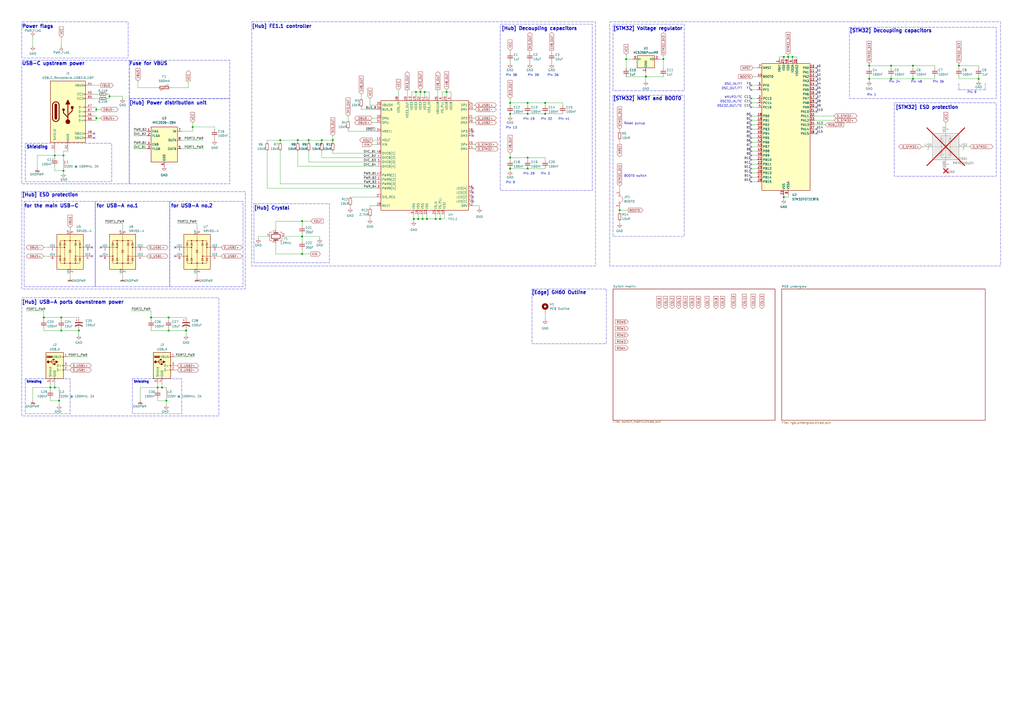
<source format=kicad_sch>
(kicad_sch (version 20231120) (generator "eeschema") (generator_version "8.0")
  (paper "A2")
  (title_block (title "60% keyboard with USB hub") (company "HelloGookie"))
  (junction (at 241.3 53.34))
  (junction (at 55.88 63.5))
  (junction (at 36.83 90.17))
  (junction (at 567.69 45.72))
  (junction (at 374.65 44.45))
  (junction (at 35.56 184.15))
  (junction (at 457.2 33.02))
  (junction (at 186.69 81.28))
  (junction (at 454.66 114.3))
  (junction (at 556.26 38.1))
  (junction (at 306.07 91.44))
  (junction (at 306.07 59.69))
  (junction (at 96.52 232.41))
  (junction (at 245.11 127))
  (junction (at 243.84 53.34))
  (junction (at 359.41 121.92))
  (junction (at 162.56 81.28))
  (junction (at 107.95 191.77))
  (junction (at 45.72 191.77))
  (junction (at 259.08 53.34))
  (junction (at 504.19 45.72))
  (junction (at 459.74 33.02))
  (junction (at 36.83 99.06))
  (junction (at 295.91 91.44))
  (junction (at 516.89 38.1))
  (junction (at 97.79 191.77))
  (junction (at 246.38 53.34))
  (junction (at 363.22 34.29))
  (junction (at 29.21 224.79))
  (junction (at 384.81 34.29))
  (junction (at 454.66 33.02))
  (junction (at 31.75 90.17))
  (junction (at 306.07 66.04))
  (junction (at 252.73 127))
  (junction (at 111.76 73.66))
  (junction (at 91.44 224.79))
  (junction (at 306.07 97.79))
  (junction (at 242.57 127))
  (junction (at 175.26 128.27))
  (junction (at 247.65 127))
  (junction (at 316.23 59.69))
  (junction (at 255.27 127))
  (junction (at 35.56 191.77))
  (junction (at 179.07 81.28))
  (junction (at 193.04 81.28))
  (junction (at 516.89 45.72))
  (junction (at 97.79 184.15))
  (junction (at 87.63 184.15))
  (junction (at 295.91 59.69))
  (junction (at 295.91 97.79))
  (junction (at 529.59 38.1))
  (junction (at 25.4 184.15))
  (junction (at 504.19 38.1))
  (junction (at 172.72 81.28))
  (junction (at 175.26 147.32))
  (junction (at 175.26 137.16))
  (junction (at 55.88 68.58))
  (junction (at 63.5 55.88))
  (junction (at 34.29 232.41))
  (junction (at 240.03 127))
  (junction (at 295.91 66.04))
  (junction (at 31.75 224.79))
  (junction (at 316.23 66.04))
  (junction (at 93.98 224.79))
  (junction (at 529.59 45.72))
  (no_connect (at 435.61 57.15))
  (no_connect (at 274.32 114.3))
  (no_connect (at 473.71 57.15))
  (no_connect (at 435.61 85.09))
  (no_connect (at 53.34 143.51))
  (no_connect (at 101.6 143.51))
  (no_connect (at 274.32 76.2))
  (no_connect (at 473.71 49.53))
  (no_connect (at 435.61 67.31))
  (no_connect (at 54.61 77.47))
  (no_connect (at 473.71 54.61))
  (no_connect (at 473.71 59.69))
  (no_connect (at 54.61 80.01))
  (no_connect (at 274.32 78.74))
  (no_connect (at 435.61 49.53))
  (no_connect (at 435.61 72.39))
  (no_connect (at 473.71 44.45))
  (no_connect (at 274.32 111.76))
  (no_connect (at 435.61 69.85))
  (no_connect (at 473.71 77.47))
  (no_connect (at 435.61 97.79))
  (no_connect (at 473.71 46.99))
  (no_connect (at 435.61 59.69))
  (no_connect (at 435.61 102.87))
  (no_connect (at 274.32 116.84))
  (no_connect (at 473.71 52.07))
  (no_connect (at 58.42 148.59))
  (no_connect (at 473.71 64.77))
  (no_connect (at 435.61 95.25))
  (no_connect (at 435.61 87.63))
  (no_connect (at 58.42 143.51))
  (no_connect (at 435.61 74.93))
  (no_connect (at 435.61 82.55))
  (no_connect (at 473.71 74.93))
  (no_connect (at 435.61 100.33))
  (no_connect (at 53.34 148.59))
  (no_connect (at 435.61 62.23))
  (no_connect (at 101.6 148.59))
  (no_connect (at 435.61 105.41))
  (no_connect (at 274.32 109.22))
  (no_connect (at 435.61 90.17))
  (no_connect (at 473.71 39.37))
  (no_connect (at 473.71 41.91))
  (no_connect (at 435.61 92.71))
  (no_connect (at 435.61 52.07))
  (no_connect (at 435.61 80.01))
  (no_connect (at 435.61 77.47))
  (no_connect (at 473.71 62.23))
  (wire (pts (xy 254 52.07) (xy 254 55.88)))
  (wire (pts (xy 111.76 71.12) (xy 111.76 73.66)))
  (wire (pts (xy 295.91 57.15) (xy 295.91 59.69)))
  (wire (pts (xy 19.05 21.59) (xy 19.05 26.67)))
  (wire (pts (xy 179.07 81.28) (xy 186.69 81.28)))
  (polyline (pts (xy 571.5 48.26) (xy 571.5 52.07)) (stroke (width 0) (type dash)))
  (wire (pts (xy 55.88 64.77) (xy 54.61 64.77)))
  (wire (pts (xy 193.04 78.74) (xy 193.04 81.28)))
  (wire (pts (xy 34.29 224.79) (xy 31.75 224.79)))
  (wire (pts (xy 54.61 54.61) (xy 57.15 54.61)))
  (wire (pts (xy 240.03 127) (xy 240.03 128.27)))
  (wire (pts (xy 160.02 128.27) (xy 175.26 128.27)))
  (wire (pts (xy 473.71 54.61) (xy 472.44 54.61)))
  (wire (pts (xy 54.61 49.53) (xy 58.42 49.53)))
  (wire (pts (xy 257.81 127) (xy 255.27 127)))
  (wire (pts (xy 295.91 36.83) (xy 295.91 35.56)))
  (wire (pts (xy 77.47 78.74) (xy 85.09 78.74)))
  (wire (pts (xy 203.2 114.3) (xy 218.44 114.3)))
  (wire (pts (xy 175.26 137.16) (xy 175.26 139.7)))
  (wire (pts (xy 459.74 33.02) (xy 459.74 34.29)))
  (wire (pts (xy 473.71 64.77) (xy 472.44 64.77)))
  (wire (pts (xy 259.08 53.34) (xy 261.62 53.34)))
  (wire (pts (xy 97.79 184.15) (xy 107.95 184.15)))
  (wire (pts (xy 172.72 87.63) (xy 172.72 96.52)))
  (wire (pts (xy 384.81 34.29) (xy 382.27 34.29)))
  (wire (pts (xy 114.3 133.35) (xy 114.3 129.54)))
  (wire (pts (xy 306.07 59.69) (xy 316.23 59.69)))
  (wire (pts (xy 473.71 39.37) (xy 472.44 39.37)))
  (wire (pts (xy 25.4 143.51) (xy 27.94 143.51)))
  (wire (pts (xy 462.28 33.02) (xy 462.28 34.29)))
  (wire (pts (xy 29.21 232.41) (xy 34.29 232.41)))
  (wire (pts (xy 91.44 232.41) (xy 96.52 232.41)))
  (wire (pts (xy 435.61 105.41) (xy 439.42 105.41)))
  (wire (pts (xy 306.07 97.79) (xy 316.23 97.79)))
  (wire (pts (xy 55.88 68.58) (xy 55.88 69.85)))
  (wire (pts (xy 504.19 38.1) (xy 516.89 38.1)))
  (wire (pts (xy 97.79 191.77) (xy 107.95 191.77)))
  (wire (pts (xy 91.44 231.14) (xy 91.44 232.41)))
  (wire (pts (xy 478.79 72.39) (xy 472.44 72.39)))
  (wire (pts (xy 316.23 59.69) (xy 326.39 59.69)))
  (wire (pts (xy 193.04 87.63) (xy 193.04 88.9)))
  (wire (pts (xy 516.89 44.45) (xy 516.89 45.72)))
  (wire (pts (xy 35.56 26.67) (xy 35.56 21.59)))
  (wire (pts (xy 435.61 92.71) (xy 439.42 92.71)))
  (wire (pts (xy 209.55 63.5) (xy 218.44 63.5)))
  (polyline (pts (xy 556.26 48.26) (xy 556.26 52.07)) (stroke (width 0) (type dash)))
  (wire (pts (xy 359.41 74.93) (xy 359.41 76.2)))
  (wire (pts (xy 435.61 80.01) (xy 439.42 80.01)))
  (wire (pts (xy 31.75 99.06) (xy 36.83 99.06)))
  (wire (pts (xy 193.04 81.28) (xy 193.04 82.55)))
  (wire (pts (xy 562.61 85.09) (xy 561.34 85.09)))
  (wire (pts (xy 374.65 44.45) (xy 374.65 46.99)))
  (wire (pts (xy 21.59 90.17) (xy 31.75 90.17)))
  (wire (pts (xy 36.83 90.17) (xy 36.83 92.71)))
  (wire (pts (xy 80.01 50.8) (xy 91.44 50.8)))
  (wire (pts (xy 109.22 46.99) (xy 109.22 50.8)))
  (wire (pts (xy 306.07 66.04) (xy 316.23 66.04)))
  (wire (pts (xy 31.75 224.79) (xy 29.21 224.79)))
  (wire (pts (xy 31.75 96.52) (xy 31.75 99.06)))
  (wire (pts (xy 193.04 88.9) (xy 218.44 88.9)))
  (wire (pts (xy 185.42 137.16) (xy 185.42 138.43)))
  (wire (pts (xy 542.29 44.45) (xy 542.29 45.72)))
  (wire (pts (xy 457.2 33.02) (xy 459.74 33.02)))
  (wire (pts (xy 172.72 96.52) (xy 218.44 96.52)))
  (wire (pts (xy 295.91 97.79) (xy 295.91 99.06)))
  (wire (pts (xy 214.63 125.73) (xy 214.63 127)))
  (wire (pts (xy 25.4 184.15) (xy 25.4 180.34)))
  (wire (pts (xy 359.41 107.95) (xy 359.41 110.49)))
  (wire (pts (xy 529.59 38.1) (xy 529.59 39.37)))
  (wire (pts (xy 278.13 120.65) (xy 278.13 119.38)))
  (wire (pts (xy 19.05 232.41) (xy 19.05 224.79)))
  (wire (pts (xy 77.47 76.2) (xy 85.09 76.2)))
  (wire (pts (xy 87.63 180.34) (xy 76.2 180.34)))
  (wire (pts (xy 179.07 93.98) (xy 218.44 93.98)))
  (wire (pts (xy 452.12 33.02) (xy 452.12 34.29)))
  (wire (pts (xy 435.61 77.47) (xy 439.42 77.47)))
  (wire (pts (xy 154.94 81.28) (xy 162.56 81.28)))
  (wire (pts (xy 435.61 49.53) (xy 439.42 49.53)))
  (wire (pts (xy 457.2 31.75) (xy 457.2 33.02)))
  (wire (pts (xy 259.08 52.07) (xy 259.08 53.34)))
  (wire (pts (xy 384.81 31.75) (xy 384.81 34.29)))
  (wire (pts (xy 87.63 190.5) (xy 87.63 191.77)))
  (wire (pts (xy 242.57 127) (xy 240.03 127)))
  (wire (pts (xy 55.88 68.58) (xy 58.42 68.58)))
  (wire (pts (xy 162.56 106.68) (xy 218.44 106.68)))
  (wire (pts (xy 186.69 87.63) (xy 186.69 91.44)))
  (wire (pts (xy 128.27 148.59) (xy 127 148.59)))
  (wire (pts (xy 320.04 36.83) (xy 320.04 35.56)))
  (wire (pts (xy 435.61 59.69) (xy 439.42 59.69)))
  (wire (pts (xy 548.64 71.12) (xy 548.64 72.39)))
  (wire (pts (xy 39.37 87.63) (xy 36.83 87.63)))
  (wire (pts (xy 473.71 49.53) (xy 472.44 49.53)))
  (wire (pts (xy 295.91 97.79) (xy 306.07 97.79)))
  (wire (pts (xy 55.88 63.5) (xy 55.88 64.77)))
  (wire (pts (xy 295.91 29.21) (xy 295.91 30.48)))
  (wire (pts (xy 80.01 46.99) (xy 80.01 50.8)))
  (wire (pts (xy 203.2 119.38) (xy 203.2 120.65)))
  (wire (pts (xy 81.28 232.41) (xy 81.28 224.79)))
  (wire (pts (xy 454.66 33.02) (xy 454.66 34.29)))
  (wire (pts (xy 40.64 214.63) (xy 39.37 214.63)))
  (wire (pts (xy 435.61 100.33) (xy 439.42 100.33)))
  (wire (pts (xy 435.61 97.79) (xy 439.42 97.79)))
  (wire (pts (xy 567.69 45.72) (xy 567.69 46.99)))
  (wire (pts (xy 436.88 44.45) (xy 439.42 44.45)))
  (wire (pts (xy 96.52 231.14) (xy 96.52 232.41)))
  (wire (pts (xy 454.66 113.03) (xy 454.66 114.3)))
  (wire (pts (xy 473.71 77.47) (xy 472.44 77.47)))
  (wire (pts (xy 25.4 191.77) (xy 35.56 191.77)))
  (wire (pts (xy 201.93 76.2) (xy 218.44 76.2)))
  (wire (pts (xy 35.56 184.15) (xy 35.56 185.42)))
  (wire (pts (xy 209.55 54.61) (xy 209.55 57.15)))
  (wire (pts (xy 542.29 38.1) (xy 542.29 39.37)))
  (wire (pts (xy 307.34 29.21) (xy 307.34 30.48)))
  (wire (pts (xy 363.22 31.75) (xy 363.22 34.29)))
  (wire (pts (xy 39.37 207.01) (xy 50.8 207.01)))
  (wire (pts (xy 218.44 68.58) (xy 215.9 68.58)))
  (wire (pts (xy 35.56 184.15) (xy 45.72 184.15)))
  (wire (pts (xy 71.12 57.15) (xy 71.12 55.88)))
  (wire (pts (xy 149.86 137.16) (xy 149.86 138.43)))
  (wire (pts (xy 567.69 38.1) (xy 567.69 39.37)))
  (wire (pts (xy 504.19 38.1) (xy 504.19 39.37)))
  (wire (pts (xy 516.89 38.1) (xy 516.89 39.37)))
  (wire (pts (xy 295.91 91.44) (xy 295.91 92.71)))
  (wire (pts (xy 214.63 57.15) (xy 214.63 60.96)))
  (wire (pts (xy 435.61 72.39) (xy 439.42 72.39)))
  (wire (pts (xy 175.26 128.27) (xy 180.34 128.27)))
  (wire (pts (xy 118.11 86.36) (xy 105.41 86.36)))
  (wire (pts (xy 363.22 34.29) (xy 363.22 39.37)))
  (wire (pts (xy 504.19 45.72) (xy 516.89 45.72)))
  (wire (pts (xy 101.6 207.01) (xy 113.03 207.01)))
  (wire (pts (xy 218.44 71.12) (xy 215.9 71.12)))
  (wire (pts (xy 218.44 83.82) (xy 215.9 83.82)))
  (wire (pts (xy 218.44 60.96) (xy 214.63 60.96)))
  (wire (pts (xy 242.57 124.46) (xy 242.57 127)))
  (wire (pts (xy 162.56 106.68) (xy 162.56 87.63)))
  (wire (pts (xy 63.5 57.15) (xy 62.23 57.15)))
  (wire (pts (xy 45.72 191.77) (xy 45.72 194.31)))
  (wire (pts (xy 29.21 224.79) (xy 29.21 226.06)))
  (wire (pts (xy 248.92 53.34) (xy 248.92 55.88)))
  (wire (pts (xy 55.88 67.31) (xy 55.88 68.58)))
  (wire (pts (xy 87.63 185.42) (xy 87.63 184.15)))
  (wire (pts (xy 241.3 53.34) (xy 238.76 53.34)))
  (wire (pts (xy 320.04 29.21) (xy 320.04 30.48)))
  (wire (pts (xy 374.65 44.45) (xy 384.81 44.45)))
  (wire (pts (xy 556.26 45.72) (xy 567.69 45.72)))
  (wire (pts (xy 154.94 82.55) (xy 154.94 81.28)))
  (wire (pts (xy 31.75 90.17) (xy 31.75 91.44)))
  (wire (pts (xy 35.56 190.5) (xy 35.56 191.77)))
  (wire (pts (xy 55.88 69.85) (xy 54.61 69.85)))
  (wire (pts (xy 435.61 95.25) (xy 439.42 95.25)))
  (wire (pts (xy 534.67 85.09) (xy 535.94 85.09)))
  (wire (pts (xy 384.81 34.29) (xy 384.81 39.37)))
  (wire (pts (xy 29.21 222.25) (xy 29.21 224.79)))
  (wire (pts (xy 160.02 147.32) (xy 175.26 147.32)))
  (wire (pts (xy 36.83 87.63) (xy 36.83 90.17)))
  (wire (pts (xy 36.83 90.17) (xy 31.75 90.17)))
  (wire (pts (xy 96.52 224.79) (xy 96.52 226.06)))
  (wire (pts (xy 93.98 224.79) (xy 91.44 224.79)))
  (wire (pts (xy 118.11 81.28) (xy 105.41 81.28)))
  (wire (pts (xy 165.1 137.16) (xy 175.26 137.16)))
  (polyline (pts (xy 556.26 52.07) (xy 571.5 52.07)) (stroke (width 0) (type dash)))
  (wire (pts (xy 54.61 62.23) (xy 55.88 62.23)))
  (wire (pts (xy 435.61 62.23) (xy 439.42 62.23)))
  (wire (pts (xy 295.91 88.9) (xy 295.91 91.44)))
  (wire (pts (xy 245.11 127) (xy 247.65 127)))
  (wire (pts (xy 109.22 50.8) (xy 99.06 50.8)))
  (wire (pts (xy 25.4 180.34) (xy 15.24 180.34)))
  (wire (pts (xy 162.56 82.55) (xy 162.56 81.28)))
  (wire (pts (xy 241.3 53.34) (xy 241.3 55.88)))
  (wire (pts (xy 34.29 224.79) (xy 34.29 226.06)))
  (wire (pts (xy 25.4 184.15) (xy 35.56 184.15)))
  (wire (pts (xy 436.88 39.37) (xy 439.42 39.37)))
  (wire (pts (xy 85.09 148.59) (xy 83.82 148.59)))
  (wire (pts (xy 77.47 86.36) (xy 85.09 86.36)))
  (wire (pts (xy 473.71 44.45) (xy 472.44 44.45)))
  (wire (pts (xy 516.89 38.1) (xy 529.59 38.1)))
  (wire (pts (xy 71.12 55.88) (xy 63.5 55.88)))
  (wire (pts (xy 556.26 36.83) (xy 556.26 38.1)))
  (wire (pts (xy 435.61 85.09) (xy 439.42 85.09)))
  (wire (pts (xy 256.54 53.34) (xy 259.08 53.34)))
  (wire (pts (xy 504.19 45.72) (xy 504.19 46.99)))
  (wire (pts (xy 247.65 124.46) (xy 247.65 127)))
  (wire (pts (xy 363.22 44.45) (xy 374.65 44.45)))
  (wire (pts (xy 40.64 132.08) (xy 40.64 133.35)))
  (wire (pts (xy 259.08 53.34) (xy 259.08 55.88)))
  (wire (pts (xy 457.2 33.02) (xy 454.66 33.02)))
  (wire (pts (xy 231.14 52.07) (xy 231.14 55.88)))
  (wire (pts (xy 91.44 222.25) (xy 91.44 224.79)))
  (wire (pts (xy 175.26 147.32) (xy 180.34 147.32)))
  (wire (pts (xy 111.76 73.66) (xy 124.46 73.66)))
  (wire (pts (xy 186.69 81.28) (xy 193.04 81.28)))
  (wire (pts (xy 77.47 83.82) (xy 85.09 83.82)))
  (wire (pts (xy 457.2 114.3) (xy 457.2 113.03)))
  (wire (pts (xy 242.57 127) (xy 245.11 127)))
  (wire (pts (xy 40.64 161.29) (xy 40.64 158.75)))
  (wire (pts (xy 87.63 184.15) (xy 97.79 184.15)))
  (wire (pts (xy 529.59 45.72) (xy 542.29 45.72)))
  (wire (pts (xy 275.59 83.82) (xy 274.32 83.82)))
  (wire (pts (xy 473.71 74.93) (xy 472.44 74.93)))
  (wire (pts (xy 93.98 222.25) (xy 93.98 224.79)))
  (wire (pts (xy 210.82 104.14) (xy 218.44 104.14)))
  (wire (pts (xy 149.86 137.16) (xy 154.94 137.16)))
  (wire (pts (xy 209.55 62.23) (xy 209.55 63.5)))
  (wire (pts (xy 55.88 63.5) (xy 58.42 63.5)))
  (wire (pts (xy 25.4 148.59) (xy 27.94 148.59)))
  (wire (pts (xy 247.65 127) (xy 252.73 127)))
  (wire (pts (xy 210.82 101.6) (xy 218.44 101.6)))
  (wire (pts (xy 87.63 191.77) (xy 97.79 191.77)))
  (wire (pts (xy 374.65 41.91) (xy 374.65 44.45)))
  (wire (pts (xy 114.3 129.54) (xy 102.87 129.54)))
  (wire (pts (xy 252.73 124.46) (xy 252.73 127)))
  (wire (pts (xy 236.22 52.07) (xy 236.22 55.88)))
  (wire (pts (xy 36.83 97.79) (xy 36.83 99.06)))
  (wire (pts (xy 179.07 87.63) (xy 179.07 93.98)))
  (wire (pts (xy 85.09 143.51) (xy 83.82 143.51)))
  (wire (pts (xy 97.79 190.5) (xy 97.79 191.77)))
  (wire (pts (xy 154.94 87.63) (xy 154.94 109.22)))
  (wire (pts (xy 34.29 232.41) (xy 34.29 234.95)))
  (wire (pts (xy 240.03 124.46) (xy 240.03 127)))
  (wire (pts (xy 295.91 66.04) (xy 306.07 66.04)))
  (wire (pts (xy 359.41 121.92) (xy 364.49 121.92)))
  (wire (pts (xy 175.26 144.78) (xy 175.26 147.32)))
  (wire (pts (xy 307.34 36.83) (xy 307.34 35.56)))
  (wire (pts (xy 473.71 52.07) (xy 472.44 52.07)))
  (wire (pts (xy 306.07 91.44) (xy 316.23 91.44)))
  (wire (pts (xy 25.4 190.5) (xy 25.4 191.77)))
  (wire (pts (xy 306.07 59.69) (xy 306.07 60.96)))
  (wire (pts (xy 35.56 191.77) (xy 45.72 191.77)))
  (wire (pts (xy 238.76 53.34) (xy 238.76 55.88)))
  (wire (pts (xy 175.26 135.89) (xy 175.26 137.16)))
  (wire (pts (xy 102.87 212.09) (xy 101.6 212.09)))
  (wire (pts (xy 261.62 53.34) (xy 261.62 55.88)))
  (wire (pts (xy 186.69 91.44) (xy 218.44 91.44)))
  (wire (pts (xy 172.72 81.28) (xy 179.07 81.28)))
  (wire (pts (xy 275.59 71.12) (xy 274.32 71.12)))
  (wire (pts (xy 529.59 44.45) (xy 529.59 45.72)))
  (wire (pts (xy 359.41 83.82) (xy 359.41 81.28)))
  (wire (pts (xy 435.61 52.07) (xy 439.42 52.07)))
  (wire (pts (xy 435.61 67.31) (xy 439.42 67.31)))
  (wire (pts (xy 63.5 54.61) (xy 63.5 55.88)))
  (wire (pts (xy 483.87 67.31) (xy 472.44 67.31)))
  (wire (pts (xy 243.84 53.34) (xy 243.84 55.88)))
  (wire (pts (xy 114.3 161.29) (xy 114.3 158.75)))
  (wire (pts (xy 201.93 67.31) (xy 201.93 69.85)))
  (wire (pts (xy 246.38 53.34) (xy 246.38 55.88)))
  (wire (pts (xy 175.26 128.27) (xy 175.26 130.81)))
  (wire (pts (xy 454.66 33.02) (xy 452.12 33.02)))
  (wire (pts (xy 504.19 44.45) (xy 504.19 45.72)))
  (wire (pts (xy 201.93 74.93) (xy 201.93 76.2)))
  (wire (pts (xy 241.3 53.34) (xy 243.84 53.34)))
  (wire (pts (xy 63.5 55.88) (xy 63.5 57.15)))
  (wire (pts (xy 556.26 38.1) (xy 556.26 39.37)))
  (wire (pts (xy 25.4 185.42) (xy 25.4 184.15)))
  (wire (pts (xy 172.72 82.55) (xy 172.72 81.28)))
  (wire (pts (xy 107.95 191.77) (xy 107.95 194.31)))
  (wire (pts (xy 62.23 54.61) (xy 63.5 54.61)))
  (wire (pts (xy 55.88 62.23) (xy 55.88 63.5)))
  (wire (pts (xy 473.71 41.91) (xy 472.44 41.91)))
  (wire (pts (xy 214.63 119.38) (xy 218.44 119.38)))
  (wire (pts (xy 556.26 44.45) (xy 556.26 45.72)))
  (wire (pts (xy 483.87 69.85) (xy 472.44 69.85)))
  (wire (pts (xy 359.41 129.54) (xy 359.41 128.27)))
  (wire (pts (xy 435.61 82.55) (xy 439.42 82.55)))
  (wire (pts (xy 124.46 80.01) (xy 124.46 81.28)))
  (wire (pts (xy 295.91 59.69) (xy 295.91 60.96)))
  (wire (pts (xy 102.87 214.63) (xy 101.6 214.63)))
  (wire (pts (xy 162.56 81.28) (xy 172.72 81.28)))
  (wire (pts (xy 363.22 34.29) (xy 367.03 34.29)))
  (wire (pts (xy 359.41 121.92) (xy 359.41 123.19)))
  (wire (pts (xy 326.39 59.69) (xy 326.39 60.96)))
  (wire (pts (xy 457.2 33.02) (xy 457.2 34.29)))
  (wire (pts (xy 454.66 114.3) (xy 457.2 114.3)))
  (wire (pts (xy 154.94 109.22) (xy 218.44 109.22)))
  (wire (pts (xy 459.74 33.02) (xy 462.28 33.02)))
  (wire (pts (xy 128.27 143.51) (xy 127 143.51)))
  (wire (pts (xy 316.23 181.61) (xy 316.23 185.42)))
  (wire (pts (xy 31.75 87.63) (xy 31.75 90.17)))
  (wire (pts (xy 295.91 67.31) (xy 295.91 66.04)))
  (wire (pts (xy 29.21 231.14) (xy 29.21 232.41)))
  (wire (pts (xy 96.52 232.41) (xy 96.52 234.95)))
  (wire (pts (xy 87.63 184.15) (xy 87.63 180.34)))
  (wire (pts (xy 275.59 63.5) (xy 274.32 63.5)))
  (wire (pts (xy 245.11 124.46) (xy 245.11 127)))
  (wire (pts (xy 435.61 74.93) (xy 439.42 74.93)))
  (wire (pts (xy 160.02 128.27) (xy 160.02 133.35)))
  (wire (pts (xy 54.61 67.31) (xy 55.88 67.31)))
  (wire (pts (xy 435.61 69.85) (xy 439.42 69.85)))
  (wire (pts (xy 31.75 222.25) (xy 31.75 224.79)))
  (wire (pts (xy 567.69 45.72) (xy 567.69 44.45)))
  (wire (pts (xy 435.61 102.87) (xy 439.42 102.87)))
  (wire (pts (xy 71.12 161.29) (xy 71.12 158.75)))
  (wire (pts (xy 454.66 114.3) (xy 454.66 115.57)))
  (wire (pts (xy 473.71 57.15) (xy 472.44 57.15)))
  (wire (pts (xy 124.46 73.66) (xy 124.46 74.93)))
  (wire (pts (xy 257.81 124.46) (xy 257.81 127)))
  (wire (pts (xy 96.52 224.79) (xy 93.98 224.79)))
  (wire (pts (xy 316.23 59.69) (xy 316.23 60.96)))
  (wire (pts (xy 435.61 57.15) (xy 439.42 57.15)))
  (wire (pts (xy 529.59 38.1) (xy 542.29 38.1)))
  (wire (pts (xy 316.23 91.44) (xy 316.23 92.71)))
  (wire (pts (xy 504.19 36.83) (xy 504.19 38.1)))
  (wire (pts (xy 218.44 81.28) (xy 215.9 81.28)))
  (wire (pts (xy 295.91 91.44) (xy 306.07 91.44)))
  (wire (pts (xy 473.71 59.69) (xy 472.44 59.69)))
  (wire (pts (xy 91.44 224.79) (xy 91.44 226.06)))
  (wire (pts (xy 71.12 133.35) (xy 71.12 129.54)))
  (wire (pts (xy 160.02 140.97) (xy 160.02 147.32)))
  (wire (pts (xy 275.59 60.96) (xy 274.32 60.96)))
  (wire (pts (xy 246.38 53.34) (xy 248.92 53.34)))
  (wire (pts (xy 473.71 62.23) (xy 472.44 62.23)))
  (wire (pts (xy 295.91 59.69) (xy 306.07 59.69)))
  (wire (pts (xy 21.59 97.79) (xy 21.59 90.17)))
  (wire (pts (xy 359.41 120.65) (xy 359.41 121.92)))
  (wire (pts (xy 97.79 184.15) (xy 97.79 185.42)))
  (wire (pts (xy 214.63 120.65) (xy 214.63 119.38)))
  (wire (pts (xy 34.29 231.14) (xy 34.29 232.41)))
  (wire (pts (xy 243.84 53.34) (xy 246.38 53.34)))
  (wire (pts (xy 275.59 68.58) (xy 274.32 68.58)))
  (wire (pts (xy 179.07 82.55) (xy 179.07 81.28)))
  (wire (pts (xy 256.54 53.34) (xy 256.54 55.88)))
  (wire (pts (xy 186.69 82.55) (xy 186.69 81.28)))
  (wire (pts (xy 255.27 124.46) (xy 255.27 127)))
  (wire (pts (xy 275.59 86.36) (xy 274.32 86.36)))
  (wire (pts (xy 71.12 129.54) (xy 60.96 129.54)))
  (wire (pts (xy 435.61 87.63) (xy 439.42 87.63)))
  (wire (pts (xy 278.13 119.38) (xy 274.32 119.38)))
  (wire (pts (xy 36.83 99.06) (xy 36.83 100.33)))
  (wire (pts (xy 435.61 90.17) (xy 439.42 90.17)))
  (wire (pts (xy 516.89 45.72) (xy 529.59 45.72)))
  (wire (pts (xy 316.23 66.04) (xy 326.39 66.04)))
  (wire (pts (xy 19.05 224.79) (xy 29.21 224.79)))
  (wire (pts (xy 306.07 91.44) (xy 306.07 92.71)))
  (wire (pts (xy 54.61 57.15) (xy 57.15 57.15)))
  (wire (pts (xy 40.64 212.09) (xy 39.37 212.09)))
  (wire (pts (xy 255.27 127) (xy 252.73 127)))
  (wire (pts (xy 175.26 137.16) (xy 185.42 137.16)))
  (wire (pts (xy 111.76 73.66) (xy 111.76 76.2)))
  (wire (pts (xy 243.84 52.07) (xy 243.84 53.34)))
  (wire (pts (xy 473.71 46.99) (xy 472.44 46.99)))
  (wire (pts (xy 81.28 224.79) (xy 91.44 224.79)))
  (wire (pts (xy 105.41 76.2) (xy 111.76 76.2)))
  (wire (pts (xy 556.26 38.1) (xy 567.69 38.1)))
  (rectangle (start 146.05 12.7) (end 345.44 154.305) (stroke (width 0) (type dash)))
  (rectangle (start 355.6 13.97) (end 396.875 52.705) (stroke (width 0) (type dash)))
  (rectangle (start 355.6 55.245) (end 396.875 137.16) (stroke (width 0) (type dash)))
  (rectangle (start 12.7 12.7) (end 74.295 33.655) (stroke (width 0) (type dash)))
  (rectangle (start 492.76 15.875) (end 577.85 57.15) (stroke (width 0) (type dash)))
  (rectangle (start 353.695 12.7) (end 580.39 154.305) (stroke (width 0) (type dash)))
  (rectangle (start 55.245 116.84) (end 98.425 166.37) (stroke (width 0) (type dash)))
  (rectangle (start 14.605 83.185) (end 64.77 105.41) (stroke (width 0) (type dash)))
  (rectangle (start 308.61 167.64) (end 351.79 199.39) (stroke (width 0) (type dash)))
  (rectangle (start 14.605 219.71) (end 40.64 240.03) (stroke (width 0) (type dash)))
  (rectangle (start 12.7 34.925) (end 74.93 106.68) (stroke (width 0) (type dash)))
  (rectangle (start 12.7 111.125) (end 142.24 167.64) (stroke (width 0) (type dash)))
  (rectangle (start 290.195 13.97) (end 343.535 110.49) (stroke (width 0) (type dash)))
  (rectangle (start 98.425 116.84) (end 140.97 166.37) (stroke (width 0) (type dash)))
  (rectangle (start 74.93 57.15) (end 133.35 106.68) (stroke (width 0) (type dash)))
  (rectangle (start 518.795 59.69) (end 577.85 102.235) (stroke (width 0) (type dash)))
  (rectangle (start 12.7 172.72) (end 127 241.3) (stroke (width 0) (type dash)))
  (rectangle (start 76.835 219.71) (end 105.41 240.03) (stroke (width 0) (type dash)))
  (rectangle (start 147.32 118.11) (end 191.135 152.4) (stroke (width 0) (type dash)))
  (rectangle (start 13.97 116.84) (end 55.245 166.37) (stroke (width 0) (type dash)))
  (rectangle (start 74.93 34.925) (end 133.35 57.15) (stroke (width 0) (type dash)))
  (text "for USB-A no.2" (at 99.06 120.65 0) (effects (font (size 2 2) (thickness 0.4) (bold yes)) (justify left bottom)))
  (text "Shielding" (at 15.24 86.36 0) (effects (font (size 1.75 1.75) (thickness 0.4) (bold yes)) (justify left bottom)))
  (text "[Hub] ESD protection" (at 12.7 114.3 0) (effects (font (size 2 2) (thickness 0.4) (bold yes)) (justify left bottom)))
  (text "Pin 24\n" (at 515.62 48.26 0) (effects (font (size 1.27 1.27)) (justify left bottom)))
  (text "Pin 32" (at 313.69 69.85 0) (effects (font (size 1.27 1.27)) (justify left bottom)))
  (text "Pin 9" (at 561.086 54.356 0) (effects (font (size 1.27 1.27)) (justify left bottom)))
  (text "USB-C upstream power" (at 12.7 38.1 0) (effects (font (size 2 2) (thickness 0.4) (bold yes)) (justify left bottom)))
  (text "OSC_OUT/FT" (at 430.53 52.07 0) (effects (font (size 1.27 1.27)) (justify right bottom)))
  (text "OSC32_OUT/TC" (at 430.53 62.23 0) (effects (font (size 1.27 1.27)) (justify right bottom)))
  (text "Pin 29" (at 303.53 101.6 0) (effects (font (size 1.27 1.27)) (justify left bottom)))
  (text "Pin 26" (at 317.5 44.45 0) (effects (font (size 1.27 1.27)) (justify left bottom)))
  (text "OSC32_IN/TC" (at 430.53 59.69 0) (effects (font (size 1.27 1.27)) (justify right bottom)))
  (text "Pin 3" (at 313.69 101.6 0) (effects (font (size 1.27 1.27)) (justify left bottom)))
  (text "Pin 38" (at 293.37 44.45 0) (effects (font (size 1.27 1.27)) (justify left bottom)))
  (text "[Hub] USB-A ports downstream power" (at 12.7 176.53 0) (effects (font (size 2 2) (thickness 0.4) (bold yes)) (justify left bottom)))
  (text "OSC_IN/FT" (at 430.53 49.53 0) (effects (font (size 1.27 1.27)) (justify right bottom)))
  (text "[Edge] GH60 Outline" (at 308.356 170.942 0) (effects (font (size 2 2) (thickness 0.4) (bold yes)) (justify left bottom)))
  (text "Pin 9" (at 293.37 106.68 0) (effects (font (size 1.27 1.27)) (justify left bottom)))
  (text "[STM32] ESD protection" (at 519.43 63.5 0) (effects (font (size 2 2) (thickness 0.4) (bold yes)) (justify left bottom)))
  (text "Fuse for VBUS" (at 74.93 38.1 0) (effects (font (size 2 2) (thickness 0.4) (bold yes)) (justify left bottom)))
  (text "[Hub] Decoupling capacitors" (at 290.83 17.78 0) (effects (font (size 2 2) (thickness 0.4) (bold yes)) (justify left bottom)))
  (text "WKUP2/TC" (at 430.53 57.15 0) (effects (font (size 1.27 1.27)) (justify right bottom)))
  (text "Pin 36" (at 541.02 48.26 0) (effects (font (size 1.27 1.27)) (justify left bottom)))
  (text "Pin 39" (at 306.07 44.45 0) (effects (font (size 1.27 1.27)) (justify left bottom)))
  (text "Pin 48" (at 528.32 48.26 0) (effects (font (size 1.27 1.27)) (justify left bottom)))
  (text "Shielding" (at 15.24 222.25 0) (effects (font (size 1.25 1.25) (thickness 0.4) (bold yes)) (justify left bottom)))
  (text "[STM32] Voltage regulator" (at 355.6 17.78 0) (effects (font (size 2 2) (thickness 0.4) (bold yes)) (justify left bottom)))
  (text "Pin 19" (at 303.53 69.85 0) (effects (font (size 1.27 1.27)) (justify left bottom)))
  (text "Pin 41" (at 323.85 69.85 0) (effects (font (size 1.27 1.27)) (justify left bottom)))
  (text "for USB-A no.1" (at 55.88 120.65 0) (effects (font (size 2 2) (thickness 0.4) (bold yes)) (justify left bottom)))
  (text "Power flags" (at 12.7 16.51 0) (effects (font (size 2 2) (thickness 0.4) (bold yes)) (justify left bottom)))
  (text "[Hub] Power distribution unit" (at 74.93 60.96 0) (effects (font (size 2 2) (thickness 0.4) (bold yes)) (justify left bottom)))
  (text "Pin 1" (at 502.92 55.88 0) (effects (font (size 1.27 1.27)) (justify left bottom)))
  (text "Reset pullup" (at 361.95 72.39 0) (effects (font (size 1.27 1.27)) (justify left bottom)))
  (text "for the main USB-C" (at 13.97 120.65 0) (effects (font (size 2 2) (thickness 0.4) (bold yes)) (justify left bottom)))
  (text "[STM32] Decoupling capacitors" (at 492.76 19.05 0) (effects (font (size 2 2) (thickness 0.4) (bold yes)) (justify left bottom)))
  (text "[STM32] NRST and BOOT0" (at 355.6 58.42 0) (effects (font (size 2 2) (thickness 0.4) (bold yes)) (justify left bottom)))
  (text "[Hub] FE1.1 controller" (at 146.05 16.51 0) (effects (font (size 2 2) (thickness 0.4) (bold yes)) (justify left bottom)))
  (text "[Hub] Crystal" (at 147.32 121.92 0) (effects (font (size 2 2) (thickness 0.4) (bold yes)) (justify left bottom)))
  (text "Pin 13" (at 293.37 74.93 0) (effects (font (size 1.27 1.27)) (justify left bottom)))
  (text "Shielding" (at 77.47 222.25 0) (effects (font (size 1.25 1.25) (thickness 0.4) (bold yes)) (justify left bottom)))
  (text "BOOT0 switch" (at 361.95 102.87 0) (effects (font (size 1.27 1.27)) (justify left bottom)))
  (label "B3" (at 435.61 74.93 180))
  (label "B13" (at 435.61 100.33 180))
  (label "~{XRSTJ}" (at 212.09 76.2 0))
  (label "A15" (at 473.71 77.47 0))
  (label "PORT1_PWR" (at 118.11 86.36 180))
  (label "B9" (at 435.61 90.17 180))
  (label "A5" (at 473.71 52.07 0))
  (label "A3" (at 473.71 46.99 0))
  (label "OVC_B2" (at 210.82 91.44 0))
  (label "PWR_B1" (at 210.82 101.6 0))
  (label "BUS_B" (at 212.09 63.5 0))
  (label "A4" (at 473.71 49.53 0))
  (label "PORT2_PWR" (at 113.03 207.01 180))
  (label "OVC_B1" (at 210.82 88.9 0))
  (label "A9" (at 473.71 62.23 0))
  (label "B6" (at 435.61 82.55 180))
  (label "OVC_B4" (at 210.82 96.52 0))
  (label "B15" (at 435.61 105.41 180))
  (label "PORT1_PWR" (at 60.96 129.54 0))
  (label "OVC_B2" (at 77.47 78.74 0))
  (label "OVC_B3" (at 210.82 93.98 0))
  (label "F0" (at 435.61 49.53 180))
  (label "PORT1_PWR" (at 50.8 207.01 180))
  (label "A8" (at 473.71 59.69 0))
  (label "B14" (at 435.61 102.87 180))
  (label "B1" (at 435.61 69.85 180))
  (label "PWR_B1" (at 77.47 83.82 0))
  (label "OVC_B1" (at 77.47 86.36 0))
  (label "C13" (at 435.61 57.15 180))
  (label "A7" (at 473.71 57.15 0))
  (label "PORT2_PWR" (at 118.11 81.28 180))
  (label "PWR_B4" (at 210.82 109.22 0))
  (label "A13" (at 473.71 72.39 0))
  (label "PWR_B2" (at 77.47 76.2 0))
  (label "A1" (at 473.71 41.91 0))
  (label "PWR_B2" (at 210.82 104.14 0))
  (label "PWR_B3" (at 210.82 106.68 0))
  (label "C14" (at 435.61 59.69 180))
  (label "A6" (at 473.71 54.61 0))
  (label "C15" (at 435.61 62.23 180))
  (label "A14" (at 473.71 74.93 0))
  (label "PORT1_PWR" (at 15.24 180.34 0))
  (label "B12" (at 435.61 97.79 180))
  (label "A2" (at 473.71 44.45 0))
  (label "B4" (at 435.61 77.47 180))
  (label "B11" (at 435.61 95.25 180))
  (label "B10" (at 435.61 92.71 180))
  (label "F1" (at 435.61 52.07 180))
  (label "B2" (at 435.61 72.39 180))
  (label "B8" (at 435.61 87.63 180))
  (label "B7" (at 435.61 85.09 180))
  (label "B5" (at 435.61 80.01 180))
  (label "PORT2_PWR" (at 102.87 129.54 0))
  (label "A10" (at 473.71 64.77 0))
  (label "A0" (at 473.71 39.37 0))
  (label "B0" (at 435.61 67.31 180))
  (label "PORT2_PWR" (at 76.2 180.34 0))
  (global_label "D_STM32+" (shape bidirectional) (at 483.87 69.85 0) (property "Intersheetrefs" "${INTERSHEET_REFS}" (effects (hide yes))))
  (global_label "D_STM32+" (shape bidirectional) (at 275.59 83.82 0) (property "Intersheetrefs" "${INTERSHEET_REFS}" (effects (hide yes))))
  (global_label "1V8_OUT" (shape input) (at 259.08 52.07 90) (property "Intersheetrefs" "${INTERSHEET_REFS}" (effects (hide yes))))
  (global_label "3V3_OUT" (shape output) (at 236.22 52.07 90) (property "Intersheetrefs" "${INTERSHEET_REFS}" (effects (hide yes))))
  (global_label "NRST" (shape output) (at 359.41 83.82 270) (property "Intersheetrefs" "${INTERSHEET_REFS}" (effects (hide yes))))
  (global_label "D_USB1+" (shape bidirectional) (at 275.59 60.96 0) (property "Intersheetrefs" "${INTERSHEET_REFS}" (effects (hide yes))))
  (global_label "VCC" (shape input) (at 35.56 21.59 90) (property "Intersheetrefs" "${INTERSHEET_REFS}" (effects (hide yes))))
  (global_label "D_USB1-" (shape bidirectional) (at 40.64 214.63 0) (property "Intersheetrefs" "${INTERSHEET_REFS}" (effects (hide yes))))
  (global_label "D_STM32-" (shape bidirectional) (at 562.61 85.09 0) (property "Intersheetrefs" "${INTERSHEET_REFS}" (effects (hide yes))))
  (global_label "1V8_OUT" (shape input) (at 209.55 54.61 90) (property "Intersheetrefs" "${INTERSHEET_REFS}" (effects (hide yes))))
  (global_label "COL1" (shape input) (at 386.08 179.07 90) (property "Intersheetrefs" "${INTERSHEET_REFS}" (effects (hide yes))))
  (global_label "DBUS+" (shape bidirectional) (at 215.9 71.12 180) (property "Intersheetrefs" "${INTERSHEET_REFS}" (effects (hide yes))))
  (global_label "VBUS" (shape input) (at 80.01 46.99 90) (property "Intersheetrefs" "${INTERSHEET_REFS}" (effects (hide yes))))
  (global_label "VCC" (shape input) (at 548.64 71.12 90) (property "Intersheetrefs" "${INTERSHEET_REFS}" (effects (hide yes))))
  (global_label "COL9" (shape input) (at 419.1 179.07 90) (property "Intersheetrefs" "${INTERSHEET_REFS}" (effects (hide yes))))
  (global_label "D_USB1-" (shape bidirectional) (at 275.59 63.5 0) (property "Intersheetrefs" "${INTERSHEET_REFS}" (effects (hide yes))))
  (global_label "COL12" (shape input) (at 436.88 179.07 90) (property "Intersheetrefs" "${INTERSHEET_REFS}" (effects (hide yes))))
  (global_label "D_STM32+" (shape bidirectional) (at 534.67 85.09 180) (property "Intersheetrefs" "${INTERSHEET_REFS}" (effects (hide yes))))
  (global_label "D_USB2-" (shape bidirectional) (at 128.27 148.59 0) (property "Intersheetrefs" "${INTERSHEET_REFS}" (effects (hide yes))))
  (global_label "3V3_OUT" (shape output) (at 307.34 29.21 90) (property "Intersheetrefs" "${INTERSHEET_REFS}" (effects (hide yes))))
  (global_label "XOUT" (shape input) (at 180.34 128.27 0) (property "Intersheetrefs" "${INTERSHEET_REFS}" (effects (hide yes))))
  (global_label "D_USB2+" (shape bidirectional) (at 128.27 143.51 0) (property "Intersheetrefs" "${INTERSHEET_REFS}" (effects (hide yes))))
  (global_label "VBUS" (shape output) (at 58.42 49.53 0) (property "Intersheetrefs" "${INTERSHEET_REFS}" (effects (hide yes))))
  (global_label "COL4" (shape input) (at 397.51 179.07 90) (property "Intersheetrefs" "${INTERSHEET_REFS}" (effects (hide yes))))
  (global_label "D_USB2+" (shape bidirectional) (at 275.59 68.58 0) (property "Intersheetrefs" "${INTERSHEET_REFS}" (effects (hide yes))))
  (global_label "VCC" (shape output) (at 109.22 46.99 90) (property "Intersheetrefs" "${INTERSHEET_REFS}" (effects (hide yes))))
  (global_label "RGB_LED" (shape input) (at 478.79 72.39 0) (property "Intersheetrefs" "${INTERSHEET_REFS}" (effects (hide yes))))
  (global_label "VCC" (shape input) (at 111.76 71.12 90) (property "Intersheetrefs" "${INTERSHEET_REFS}" (effects (hide yes))))
  (global_label "3V3_OUT" (shape input) (at 295.91 57.15 90) (property "Intersheetrefs" "${INTERSHEET_REFS}" (effects (hide yes))))
  (global_label "COL7" (shape input) (at 410.21 179.07 90) (property "Intersheetrefs" "${INTERSHEET_REFS}" (effects (hide yes))))
  (global_label "D_USB2+" (shape bidirectional) (at 102.87 212.09 0) (property "Intersheetrefs" "${INTERSHEET_REFS}" (effects (hide yes))))
  (global_label "1V8_OUT" (shape output) (at 254 52.07 90) (property "Intersheetrefs" "${INTERSHEET_REFS}" (effects (hide yes))))
  (global_label "1V8_OUT" (shape output) (at 320.04 29.21 90) (property "Intersheetrefs" "${INTERSHEET_REFS}" (effects (hide yes))))
  (global_label "D_STM32-" (shape bidirectional) (at 483.87 67.31 0) (property "Intersheetrefs" "${INTERSHEET_REFS}" (effects (hide yes))))
  (global_label "COL5" (shape input) (at 401.32 179.07 90) (property "Intersheetrefs" "${INTERSHEET_REFS}" (effects (hide yes))))
  (global_label "DBUS+" (shape bidirectional) (at 25.4 148.59 180) (property "Intersheetrefs" "${INTERSHEET_REFS}" (effects (hide yes))))
  (global_label "COL2" (shape input) (at 389.89 179.07 90) (property "Intersheetrefs" "${INTERSHEET_REFS}" (effects (hide yes))))
  (global_label "D_USB1-" (shape bidirectional) (at 85.09 148.59 0) (property "Intersheetrefs" "${INTERSHEET_REFS}" (effects (hide yes))))
  (global_label "XIN" (shape output) (at 180.34 147.32 0) (property "Intersheetrefs" "${INTERSHEET_REFS}" (effects (hide yes))))
  (global_label "STM32_3V3" (shape input) (at 359.41 74.93 90) (property "Intersheetrefs" "${INTERSHEET_REFS}" (effects (hide yes))))
  (global_label "BOOT0" (shape output) (at 364.49 121.92 0) (property "Intersheetrefs" "${INTERSHEET_REFS}" (effects (hide yes))))
  (global_label "STM32_3V3" (shape output) (at 384.81 31.75 90) (property "Intersheetrefs" "${INTERSHEET_REFS}" (effects (hide yes))))
  (global_label "D_USB1+" (shape bidirectional) (at 85.09 143.51 0) (property "Intersheetrefs" "${INTERSHEET_REFS}" (effects (hide yes))))
  (global_label "COL0" (shape input) (at 382.27 179.07 90) (property "Intersheetrefs" "${INTERSHEET_REFS}" (effects (hide yes))))
  (global_label "ROW3" (shape input) (at 364.49 198.12 180) (property "Intersheetrefs" "${INTERSHEET_REFS}" (effects (hide yes))))
  (global_label "DBUS-" (shape bidirectional) (at 58.42 63.5 0) (property "Intersheetrefs" "${INTERSHEET_REFS}" (effects (hide yes))))
  (global_label "D_USB2-" (shape bidirectional) (at 102.87 214.63 0) (property "Intersheetrefs" "${INTERSHEET_REFS}" (effects (hide yes))))
  (global_label "D_USB1+" (shape bidirectional) (at 40.64 212.09 0) (property "Intersheetrefs" "${INTERSHEET_REFS}" (effects (hide yes))))
  (global_label "D_STM32-" (shape bidirectional) (at 275.59 86.36 0) (property "Intersheetrefs" "${INTERSHEET_REFS}" (effects (hide yes))))
  (global_label "ROW2" (shape input) (at 364.49 194.31 180) (property "Intersheetrefs" "${INTERSHEET_REFS}" (effects (hide yes))))
  (global_label "1V8_OUT" (shape input) (at 295.91 88.9 90) (property "Intersheetrefs" "${INTERSHEET_REFS}" (effects (hide yes))))
  (global_label "3V3_OUT" (shape input) (at 243.84 52.07 90) (property "Intersheetrefs" "${INTERSHEET_REFS}" (effects (hide yes))))
  (global_label "DBUS-" (shape bidirectional) (at 215.9 68.58 180) (property "Intersheetrefs" "${INTERSHEET_REFS}" (effects (hide yes))))
  (global_label "DBUS-" (shape bidirectional) (at 25.4 143.51 180) (property "Intersheetrefs" "${INTERSHEET_REFS}" (effects (hide yes))))
  (global_label "COL8" (shape input) (at 415.29 179.07 90) (property "Intersheetrefs" "${INTERSHEET_REFS}" (effects (hide yes))))
  (global_label "DBUS+" (shape bidirectional) (at 58.42 68.58 0) (property "Intersheetrefs" "${INTERSHEET_REFS}" (effects (hide yes))))
  (global_label "ROW4" (shape input) (at 364.49 201.93 180) (property "Intersheetrefs" "${INTERSHEET_REFS}" (effects (hide yes))))
  (global_label "VCC" (shape input) (at 295.91 29.21 90) (property "Intersheetrefs" "${INTERSHEET_REFS}" (effects (hide yes))))
  (global_label "VBUS" (shape input) (at 40.64 132.08 90) (property "Intersheetrefs" "${INTERSHEET_REFS}" (effects (hide yes))))
  (global_label "VCC" (shape input) (at 231.14 52.07 90) (property "Intersheetrefs" "${INTERSHEET_REFS}" (effects (hide yes))))
  (global_label "COL6" (shape input) (at 405.13 179.07 90) (property "Intersheetrefs" "${INTERSHEET_REFS}" (effects (hide yes))))
  (global_label "STM32_3V3" (shape input) (at 359.41 107.95 90) (property "Intersheetrefs" "${INTERSHEET_REFS}" (effects (hide yes))))
  (global_label "STM32_3V3" (shape input) (at 457.2 31.75 90) (property "Intersheetrefs" "${INTERSHEET_REFS}" (effects (hide yes))))
  (global_label "STM32_3V3" (shape input) (at 556.26 36.83 90) (property "Intersheetrefs" "${INTERSHEET_REFS}" (effects (hide yes))))
  (global_label "COL11" (shape input) (at 431.8 179.07 90) (property "Intersheetrefs" "${INTERSHEET_REFS}" (effects (hide yes))))
  (global_label "ROW0" (shape input) (at 364.49 186.69 180) (property "Intersheetrefs" "${INTERSHEET_REFS}" (effects (hide yes))))
  (global_label "D_USB2-" (shape bidirectional) (at 275.59 71.12 0) (property "Intersheetrefs" "${INTERSHEET_REFS}" (effects (hide yes))))
  (global_label "XOUT" (shape output) (at 215.9 81.28 180) (property "Intersheetrefs" "${INTERSHEET_REFS}" (effects (hide yes))))
  (global_label "XIN" (shape input) (at 215.9 83.82 180) (property "Intersheetrefs" "${INTERSHEET_REFS}" (effects (hide yes))))
  (global_label "3V3_OUT" (shape input) (at 193.04 78.74 90) (property "Intersheetrefs" "${INTERSHEET_REFS}" (effects (hide yes))))
  (global_label "3V3_OUT" (shape input) (at 201.93 67.31 90) (property "Intersheetrefs" "${INTERSHEET_REFS}" (effects (hide yes))))
  (global_label "COL10" (shape input) (at 425.45 179.07 90) (property "Intersheetrefs" "${INTERSHEET_REFS}" (effects (hide yes))))
  (global_label "VCC" (shape input) (at 214.63 57.15 90) (property "Intersheetrefs" "${INTERSHEET_REFS}" (effects (hide yes))))
  (global_label "COL13" (shape input) (at 441.96 179.07 90) (property "Intersheetrefs" "${INTERSHEET_REFS}" (effects (hide yes))))
  (global_label "ROW1" (shape input) (at 364.49 190.5 180) (property "Intersheetrefs" "${INTERSHEET_REFS}" (effects (hide yes))))
  (global_label "STM32_3V3" (shape input) (at 504.19 36.83 90) (property "Intersheetrefs" "${INTERSHEET_REFS}" (effects (hide yes))))
  (global_label "BOOT0" (shape input) (at 436.88 44.45 180) (property "Intersheetrefs" "${INTERSHEET_REFS}" (effects (hide yes))))
  (global_label "COL3" (shape input) (at 393.7 179.07 90) (property "Intersheetrefs" "${INTERSHEET_REFS}" (effects (hide yes))))
  (global_label "VCC" (shape input) (at 363.22 31.75 90) (property "Intersheetrefs" "${INTERSHEET_REFS}" (effects (hide yes))))
  (global_label "NRST" (shape input) (at 436.88 39.37 180) (property "Intersheetrefs" "${INTERSHEET_REFS}" (effects (hide yes))))
  (symbol (lib_id "power:GNDPWR") (at 40.64 161.29 0) (unit 1)
    (property "Reference" "#PWR02" (effects (hide yes)))
    (property "Value" "GNDPWR" (at 45.72 162.814 0))
    (property "Description" "Power symbol creates a global label with name \"GNDPWR\" , global ground" (effects (hide yes)))
  )
  (symbol (lib_id "power:GND") (at 203.2 120.65 0) (unit 1)
    (property "Reference" "#PWR019" (effects (hide yes)))
    (property "Value" "GND" (at 203.2 125.095 0))
  )
  (symbol (lib_id "power:GNDPWR") (at 81.28 232.41 0) (mirror y) (unit 1)
    (property "Reference" "#PWR028" (effects (hide yes)))
    (property "Value" "GNDPWR" (at 81.026 235.712 0))
    (property "Description" "Power symbol creates a global label with name \"GNDPWR\" , global ground" (effects (hide yes)))
  )
  (symbol (lib_id "power:GND") (at 307.34 36.83 0) (unit 1)
    (property "Reference" "#PWR05" (effects (hide yes)))
    (property "Value" "GND" (at 307.34 40.64 0))
  )
  (symbol (lib_id "Power_Protection:PRTR5V0U2X") (at 548.64 85.09 0) (unit 1) (exclude_from_sim yes) (in_bom no) (on_board no) (dnp yes)
    (property "Reference" "ESD1" (at 558.8 92.075 0))
    (property "Value" "PRTR5V0U2X" (at 558.8 94.615 0))
    (property "Footprint" "Package_TO_SOT_SMD:SOT-143" (effects (hide yes)))
    (property "Datasheet" "https://assets.nexperia.com/documents/data-sheet/PRTR5V0U2X.pdf" (effects (hide yes)))
  )
  (symbol (lib_id "Device:C_Small") (at 326.39 63.5 0) (unit 1)
    (property "Reference" "C15" (at 328.295 62.23 0) (effects (justify left)))
    (property "Value" "100nF" (at 328.295 64.77 0) (effects (justify left)))
    (property "Footprint" "Capacitor_SMD:C_0603_1608Metric" (effects (hide yes)))
  )
  (symbol (lib_id "Device:R_Small") (at 193.04 85.09 0) (unit 1)
    (property "Reference" "R11" (at 189.23 83.82 0) (effects (justify left)))
    (property "Value" "10kR" (at 187.325 86.36 0) (effects (justify left)))
    (property "Footprint" "Resistor_SMD:R_0603_1608Metric" (effects (hide yes)))
  )
  (symbol (lib_id "Device:C_Small") (at 124.46 77.47 0) (unit 1)
    (property "Reference" "C16" (at 126.365 76.2 0) (effects (justify left)))
    (property "Value" "100nF" (at 126.365 78.74 0) (effects (justify left)))
    (property "Footprint" "Capacitor_SMD:C_0603_1608Metric" (effects (hide yes)))
  )
  (symbol (lib_id "Device:C_Small") (at 363.22 41.91 0) (unit 1)
    (property "Reference" "C10" (at 365.125 40.64 0) (effects (justify left)))
    (property "Value" "1uF" (at 365.125 43.18 0) (effects (justify left)))
    (property "Footprint" "Capacitor_SMD:C_0603_1608Metric" (effects (hide yes)))
  )
  (symbol (lib_id "power:PWR_FLAG") (at 35.56 26.67 180) (unit 1)
    (property "Reference" "#FLG04" (effects (hide yes)))
    (property "Value" "PWR_FLAG" (at 35.56 30.48 0))
  )
  (symbol (lib_id "power:GND") (at 504.19 46.99 0) (unit 1)
    (property "Reference" "#PWR08" (effects (hide yes)))
    (property "Value" "GND" (at 504.19 51.435 0))
  )
  (symbol (lib_id "Device:C_Polarized_US") (at 45.72 187.96 0) (unit 1)
    (property "Reference" "C25" (at 49.53 186.055 0) (effects (justify left)))
    (property "Value" "100uF" (at 49.53 188.595 0) (effects (justify left)))
    (property "Footprint" "Capacitor_SMD:CP_Elec_6.3x5.9" (effects (hide yes)))
  )
  (symbol (lib_id "Device:C_Small") (at 31.75 93.98 0) (unit 1)
    (property "Reference" "C17" (at 27.305 92.71 0) (effects (justify left)))
    (property "Value" "100nF" (at 24.13 95.25 0) (effects (justify left)))
    (property "Footprint" "Capacitor_SMD:C_0603_1608Metric" (effects (hide yes)))
  )
  (symbol (lib_id "Device:C_Small") (at 320.04 33.02 0) (unit 1)
    (property "Reference" "C3" (at 321.945 31.75 0) (effects (justify left)))
    (property "Value" "10uF" (at 321.945 34.29 0) (effects (justify left)))
    (property "Footprint" "Capacitor_SMD:C_0603_1608Metric" (effects (hide yes)))
  )
  (symbol (lib_id "power:GND") (at 548.64 97.79 0) (unit 1) (exclude_from_sim yes) (in_bom no) (on_board no) (dnp yes)
    (property "Reference" "#PWR015" (effects (hide yes)))
    (property "Value" "GND" (at 551.815 99.695 0))
  )
  (symbol (lib_id "Device:R_Small") (at 359.41 125.73 0) (unit 1)
    (property "Reference" "R14" (at 360.68 124.46 0) (effects (justify left)))
    (property "Value" "10kR" (at 360.68 127 0) (effects (justify left)))
    (property "Footprint" "Resistor_SMD:R_0603_1608Metric" (effects (hide yes)))
  )
  (symbol (lib_id "Device:C_Small") (at 516.89 41.91 0) (unit 1)
    (property "Reference" "C5" (at 518.795 40.64 0) (effects (justify left)))
    (property "Value" "100nF" (at 518.795 43.18 0) (effects (justify left)))
    (property "Footprint" "Capacitor_SMD:C_0603_1608Metric" (effects (hide yes)))
  )
  (symbol (lib_id "Connector:USB_C_Receptacle_USB2.0_16P") (at 39.37 64.77 0) (unit 1)
    (property "Reference" "J1" (at 39.37 42.545 0))
    (property "Value" "USB_C_Receptacle_USB2.0_16P" (at 39.37 45.085 0))
    (property "Footprint" "PCM_marbastlib-various:USB_C_Receptacle_HRO_TYPE-C-31-M-12" (effects (hide yes)))
    (property "Datasheet" "https://www.usb.org/sites/default/files/documents/usb_type-c.zip" (effects (hide yes)))
  )
  (symbol (lib_id "Device:C_Small") (at 316.23 95.25 0) (unit 1)
    (property "Reference" "C20" (at 318.135 93.98 0) (effects (justify left)))
    (property "Value" "100nF" (at 318.135 96.52 0) (effects (justify left)))
    (property "Footprint" "Capacitor_SMD:C_0603_1608Metric" (effects (hide yes)))
  )
  (symbol (lib_id "power:GND") (at 295.91 36.83 0) (unit 1)
    (property "Reference" "#PWR04" (effects (hide yes)))
    (property "Value" "GND" (at 295.91 40.64 0))
  )
  (symbol (lib_id "power:GND") (at 567.69 46.99 0) (unit 1)
    (property "Reference" "#PWR09" (effects (hide yes)))
    (property "Value" "GND" (at 567.69 50.546 0))
  )
  (symbol (lib_id "Device:C_Small") (at 306.07 63.5 0) (unit 1)
    (property "Reference" "C13" (at 307.975 62.23 0) (effects (justify left)))
    (property "Value" "100nF" (at 307.975 64.77 0) (effects (justify left)))
    (property "Footprint" "Capacitor_SMD:C_0603_1608Metric" (effects (hide yes)))
  )
  (symbol (lib_id "power:GND") (at 240.03 128.27 0) (unit 1)
    (property "Reference" "#PWR022" (effects (hide yes)))
    (property "Value" "GND" (at 240.03 133.35 0))
  )
  (symbol (lib_id "power:GND") (at 19.05 26.67 0) (unit 1)
    (property "Reference" "#PWR03" (effects (hide yes)))
    (property "Value" "GND" (at 19.05 31.115 0))
  )
  (symbol (lib_id "Device:R_Small") (at 203.2 116.84 0) (unit 1)
    (property "Reference" "R12" (at 198.12 115.57 0) (effects (justify left)))
    (property "Value" "10kR" (at 197.485 118.11 0) (effects (justify left)))
    (property "Footprint" "Resistor_SMD:R_0603_1608Metric" (effects (hide yes)))
  )
  (symbol (lib_id "Device:C_Small") (at 87.63 187.96 0) (unit 1)
    (property "Reference" "C26" (at 89.535 186.69 0) (effects (justify left)))
    (property "Value" "100nF" (at 89.535 189.23 0) (effects (justify left)))
    (property "Footprint" "Capacitor_SMD:C_0603_1608Metric" (effects (hide yes)))
  )
  (symbol (lib_id "Device:L_Small") (at 34.29 228.6 0) (unit 1)
    (property "Reference" "L2" (at 34.925 227.33 0) (effects (justify left)))
    (property "Value" "220V @ 100MHz, 2A" (at 34.925 229.87 0) (effects (justify left)))
    (property "Footprint" "Inductor_SMD:L_0603_1608Metric" (effects (hide yes)))
  )
  (symbol (lib_id "Device:C_Small") (at 25.4 187.96 0) (unit 1)
    (property "Reference" "C23" (at 27.305 186.69 0) (effects (justify left)))
    (property "Value" "100nF" (at 27.305 189.23 0) (effects (justify left)))
    (property "Footprint" "Capacitor_SMD:C_0603_1608Metric" (effects (hide yes)))
  )
  (symbol (lib_id "Device:L_Small") (at 36.83 95.25 0) (unit 1)
    (property "Reference" "L1" (at 37.465 93.98 0) (effects (justify left)))
    (property "Value" "220V @ 100MHz, 2A" (at 37.465 96.52 0) (effects (justify left)))
    (property "Footprint" "Inductor_SMD:L_0603_1608Metric" (effects (hide yes)))
  )
  (symbol (lib_id "Device:C_Small") (at 295.91 33.02 0) (unit 1)
    (property "Reference" "C1" (at 297.815 31.75 0) (effects (justify left)))
    (property "Value" "1uF" (at 297.815 34.29 0) (effects (justify left)))
    (property "Footprint" "Capacitor_SMD:C_0603_1608Metric" (effects (hide yes)))
  )
  (symbol (lib_id "Power_Management:MIC2026-2BN") (at 95.25 83.82 0) (unit 1)
    (property "Reference" "U3" (at 95.25 68.58 0))
    (property "Value" "MIC2026-2BN" (at 95.25 71.12 0))
    (property "Footprint" "Package_SO:SOIC-8_3.9x4.9mm_P1.27mm" (effects (hide yes)))
    (property "Datasheet" "http://ww1.microchip.com/downloads/en/DeviceDoc/mic2026.pdf" (effects (hide yes)))
  )
  (symbol (lib_id "Device:R_Small") (at 201.93 72.39 0) (unit 1)
    (property "Reference" "R4" (at 198.12 71.12 0) (effects (justify left)))
    (property "Value" "10kR" (at 196.215 73.66 0) (effects (justify left)))
    (property "Footprint" "Resistor_SMD:R_0603_1608Metric" (effects (hide yes)))
  )
  (symbol (lib_id "Device:C_Small") (at 556.26 41.91 0) (unit 1)
    (property "Reference" "C8" (at 558.165 40.64 0) (effects (justify left)))
    (property "Value" "100nF" (at 558.165 43.18 0) (effects (justify left)))
    (property "Footprint" "Capacitor_SMD:C_0603_1608Metric" (effects (hide yes)))
  )
  (symbol (lib_id "Device:R_Small") (at 59.69 54.61 90) (unit 1)
    (property "Reference" "R1" (at 59.69 54.61 90))
    (property "Value" "5.1kR" (at 59.69 52.705 90))
    (property "Footprint" "Resistor_SMD:R_0402_1005Metric" (effects (hide yes)))
  )
  (symbol (lib_id "power:GND") (at 295.91 67.31 0) (unit 1)
    (property "Reference" "#PWR011" (effects (hide yes)))
    (property "Value" "GND" (at 295.91 71.12 0))
  )
  (symbol (lib_id "power:GND") (at 185.42 138.43 0) (unit 1)
    (property "Reference" "#PWR025" (effects (hide yes)))
    (property "Value" "GND" (at 185.42 142.24 0))
  )
  (symbol (lib_id "power:GNDPWR") (at 71.12 161.29 0) (unit 1)
    (property "Reference" "#PWR013" (effects (hide yes)))
    (property "Value" "GNDPWR" (at 76.2 162.814 0))
    (property "Description" "Power symbol creates a global label with name \"GNDPWR\" , global ground" (effects (hide yes)))
  )
  (symbol (lib_id "Device:C_Small") (at 295.91 63.5 0) (unit 1)
    (property "Reference" "C12" (at 297.815 62.23 0) (effects (justify left)))
    (property "Value" "100nF" (at 297.815 64.77 0) (effects (justify left)))
    (property "Footprint" "Capacitor_SMD:C_0603_1608Metric" (effects (hide yes)))
  )
  (symbol (lib_id "Device:C_Small") (at 97.79 187.96 0) (unit 1)
    (property "Reference" "C27" (at 99.695 186.69 0) (effects (justify left)))
    (property "Value" "10uF" (at 99.695 189.23 0) (effects (justify left)))
    (property "Footprint" "Capacitor_SMD:C_0603_1608Metric" (effects (hide yes)))
  )
  (symbol (lib_id "Device:R_Small") (at 186.69 85.09 0) (unit 1)
    (property "Reference" "R10" (at 182.88 83.82 0) (effects (justify left)))
    (property "Value" "10kR" (at 180.975 86.36 0) (effects (justify left)))
    (property "Footprint" "Resistor_SMD:R_0603_1608Metric" (effects (hide yes)))
  )
  (symbol (lib_id "power:GND") (at 359.41 129.54 0) (unit 1)
    (property "Reference" "#PWR023" (effects (hide yes)))
    (property "Value" "GND" (at 359.41 133.985 0))
  )
  (symbol (lib_id "Device:R_Small") (at 154.94 85.09 0) (unit 1)
    (property "Reference" "R6" (at 149.86 83.82 0) (effects (justify left)))
    (property "Value" "10kR" (at 149.225 86.36 0) (effects (justify left)))
    (property "Footprint" "Resistor_SMD:R_0603_1608Metric" (effects (hide yes)))
  )
  (symbol (lib_id "Device:C_Small") (at 295.91 95.25 0) (unit 1)
    (property "Reference" "C18" (at 297.815 93.98 0) (effects (justify left)))
    (property "Value" "100nF" (at 297.815 96.52 0) (effects (justify left)))
    (property "Footprint" "Capacitor_SMD:C_0603_1608Metric" (effects (hide yes)))
  )
  (symbol (lib_id "Device:C_Small") (at 175.26 142.24 0) (unit 1)
    (property "Reference" "C22" (at 177.165 140.97 0) (effects (justify left)))
    (property "Value" "30pF" (at 177.165 143.51 0) (effects (justify left)))
    (property "Footprint" "Capacitor_SMD:C_0603_1608Metric" (effects (hide yes)))
  )
  (symbol (lib_id "power:GND") (at 316.23 185.42 0) (unit 1)
    (property "Reference" "#PWR031" (effects (hide yes)))
    (property "Value" "GND" (at 316.23 190.5 0))
    (property "Description" "Power symbol creates a global label with name \"GND\" , ground" (effects (hide yes)))
  )
  (symbol (lib_id "Device:R_Small") (at 162.56 85.09 0) (unit 1)
    (property "Reference" "R7" (at 158.75 83.82 0) (effects (justify left)))
    (property "Value" "10kR" (at 156.845 86.36 0) (effects (justify left)))
    (property "Footprint" "Resistor_SMD:R_0603_1608Metric" (effects (hide yes)))
  )
  (symbol (lib_id "Device:R_Small") (at 209.55 59.69 0) (unit 1)
    (property "Reference" "R3" (at 205.74 58.42 0) (effects (justify left)))
    (property "Value" "10kR" (at 203.835 60.96 0) (effects (justify left)))
    (property "Footprint" "Resistor_SMD:R_0603_1608Metric" (effects (hide yes)))
  )
  (symbol (lib_id "PCM_marbastlib-various:FE1.1") (at 248.92 88.9 0) (unit 1)
    (property "Reference" "U4" (at 260.0041 124.46 0) (effects (justify left)))
    (property "Value" "FE1.1" (at 260.0041 127 0) (effects (justify left)))
    (property "Footprint" "Package_QFP:LQFP-48_7x7mm_P0.5mm" (effects (hide yes)))
    (property "Datasheet" "https://elinux.org/images/e/ee/FE11-datasheet.pdf" (effects (hide yes)))
  )
  (symbol (lib_id "power:GND") (at 96.52 234.95 0) (unit 1)
    (property "Reference" "#PWR034" (effects (hide yes)))
    (property "Value" "GND" (at 95.885 238.76 0))
  )
  (symbol (lib_id "power:GND") (at 214.63 127 0) (unit 1)
    (property "Reference" "#PWR021" (effects (hide yes)))
    (property "Value" "GND" (at 214.63 131.445 0))
  )
  (symbol (lib_id "power:GNDPWR") (at 21.59 97.79 0) (mirror y) (unit 1)
    (property "Reference" "#PWR01" (effects (hide yes)))
    (property "Value" "GNDPWR" (at 21.336 101.092 0))
    (property "Description" "Power symbol creates a global label with name \"GNDPWR\" , global ground" (effects (hide yes)))
  )
  (symbol (lib_id "power:GNDPWR") (at 19.05 232.41 0) (mirror y) (unit 1)
    (property "Reference" "#PWR027" (effects (hide yes)))
    (property "Value" "GNDPWR" (at 18.796 235.712 0))
    (property "Description" "Power symbol creates a global label with name \"GNDPWR\" , global ground" (effects (hide yes)))
  )
  (symbol (lib_id "Device:R_Small") (at 172.72 85.09 0) (unit 1)
    (property "Reference" "R8" (at 168.91 83.82 0) (effects (justify left)))
    (property "Value" "10kR" (at 167.005 86.36 0) (effects (justify left)))
    (property "Footprint" "Resistor_SMD:R_0603_1608Metric" (effects (hide yes)))
  )
  (symbol (lib_id "Connector:USB_A") (at 93.98 212.09 0) (unit 1)
    (property "Reference" "J3" (at 93.98 200.025 0))
    (property "Value" "USB_A" (at 93.98 202.565 0))
    (property "Footprint" "cipulot_parts:USB-SMT-04F-S1-B1-R9A" (effects (hide yes)))
  )
  (symbol (lib_id "power:GND") (at 149.86 138.43 0) (unit 1)
    (property "Reference" "#PWR024" (effects (hide yes)))
    (property "Value" "GND" (at 149.86 142.24 0))
  )
  (symbol (lib_id "Device:C_Small") (at 542.29 41.91 0) (unit 1)
    (property "Reference" "C7" (at 544.195 40.64 0) (effects (justify left)))
    (property "Value" "100nF" (at 544.195 43.18 0) (effects (justify left)))
    (property "Footprint" "Capacitor_SMD:C_0603_1608Metric" (effects (hide yes)))
  )
  (symbol (lib_id "Device:Crystal_GND24") (at 160.02 137.16 270) (unit 1)
    (property "Reference" "Y1" (at 165.735 138.43 90))
    (property "Value" "12MHz" (at 165.735 140.97 90))
    (property "Footprint" "cipulot_parts:Crystal_SMD_3225-4pin_3.2x2.5mm" (effects (hide yes)))
  )
  (symbol (lib_id "Regulator_Linear:XC6206PxxxMR") (at 374.65 34.29 0) (unit 1)
    (property "Reference" "U1" (at 374.65 27.94 0))
    (property "Value" "XC6206PxxxMR" (at 374.65 30.48 0))
    (property "Footprint" "cipulot_parts:SOT-23" (effects (hide yes)))
    (property "Datasheet" "https://www.torexsemi.com/file/xc6206/XC6206.pdf" (effects (hide yes)))
  )
  (symbol (lib_id "Device:C_Small") (at 529.59 41.91 0) (unit 1)
    (property "Reference" "C6" (at 531.495 40.64 0) (effects (justify left)))
    (property "Value" "100nF" (at 531.495 43.18 0) (effects (justify left)))
    (property "Footprint" "Capacitor_SMD:C_0603_1608Metric" (effects (hide yes)))
  )
  (symbol (lib_id "PCM_marbastlib-various:SRV05-4") (at 71.12 146.05 0) (unit 1)
    (property "Reference" "U6" (at 74.7461 131.445 0) (effects (justify left)))
    (property "Value" "SRV05-4" (at 74.7461 133.985 0) (effects (justify left)))
    (property "Footprint" "PCM_marbastlib-various:SOT-23-6-routable" (effects (hide yes)))
    (property "Datasheet" "http://www.onsemi.com/pub/Collateral/SRV05-4-D.PDF" (effects (hide yes)))
  )
  (symbol (lib_id "power:GND") (at 320.04 36.83 0) (unit 1)
    (property "Reference" "#PWR06" (effects (hide yes)))
    (property "Value" "GND" (at 320.04 40.64 0))
  )
  (symbol (lib_id "power:GND") (at 374.65 46.99 0) (unit 1)
    (property "Reference" "#PWR07" (effects (hide yes)))
    (property "Value" "GND" (at 374.65 51.435 0))
  )
  (symbol (lib_id "power:GNDPWR") (at 114.3 161.29 0) (unit 1)
    (property "Reference" "#PWR026" (effects (hide yes)))
    (property "Value" "GNDPWR" (at 119.38 162.814 0))
    (property "Description" "Power symbol creates a global label with name \"GNDPWR\" , global ground" (effects (hide yes)))
  )
  (symbol (lib_id "Device:C_Small") (at 29.21 228.6 0) (unit 1)
    (property "Reference" "C29" (at 23.622 227.33 0) (effects (justify left)))
    (property "Value" "100nF" (at 21.59 229.87 0) (effects (justify left)))
    (property "Footprint" "Capacitor_SMD:C_0603_1608Metric" (effects (hide yes)))
  )
  (symbol (lib_id "Device:C_Small") (at 307.34 33.02 0) (unit 1)
    (property "Reference" "C2" (at 309.245 31.75 0) (effects (justify left)))
    (property "Value" "10uF" (at 309.245 34.29 0) (effects (justify left)))
    (property "Footprint" "Capacitor_SMD:C_0603_1608Metric" (effects (hide yes)))
  )
  (symbol (lib_id "Device:C_Small") (at 504.19 41.91 0) (unit 1)
    (property "Reference" "C4" (at 506.095 40.64 0) (effects (justify left)))
    (property "Value" "100nF" (at 506.095 43.18 0) (effects (justify left)))
    (property "Footprint" "Capacitor_SMD:C_0603_1608Metric" (effects (hide yes)))
  )
  (symbol (lib_id "Device:C_Small") (at 306.07 95.25 0) (unit 1)
    (property "Reference" "C19" (at 307.975 93.98 0) (effects (justify left)))
    (property "Value" "100nF" (at 307.975 96.52 0) (effects (justify left)))
    (property "Footprint" "Capacitor_SMD:C_0603_1608Metric" (effects (hide yes)))
  )
  (symbol (lib_id "Device:R_Small") (at 59.69 57.15 90) (unit 1)
    (property "Reference" "R2" (at 59.69 57.15 90))
    (property "Value" "5.1kR" (at 59.69 59.055 90))
    (property "Footprint" "Resistor_SMD:R_0402_1005Metric" (effects (hide yes)))
  )
  (symbol (lib_id "Device:R_Small") (at 359.41 78.74 0) (unit 1)
    (property "Reference" "R5" (at 360.68 77.47 0) (effects (justify left)))
    (property "Value" "10kR" (at 360.68 80.01 0) (effects (justify left)))
    (property "Footprint" "Resistor_SMD:R_0603_1608Metric" (effects (hide yes)))
  )
  (symbol (lib_id "Device:C_Small") (at 316.23 63.5 0) (unit 1)
    (property "Reference" "C14" (at 318.135 62.23 0) (effects (justify left)))
    (property "Value" "100nF" (at 318.135 64.77 0) (effects (justify left)))
    (property "Footprint" "Capacitor_SMD:C_0603_1608Metric" (effects (hide yes)))
  )
  (symbol (lib_id "Jumper:Jumper_2_Open") (at 359.41 115.57 270) (unit 1)
    (property "Reference" "JP1" (at 361.95 114.3 90) (effects (justify left)))
    (property "Value" "BOOT0" (at 361.95 116.84 90) (effects (justify left)))
    (property "Footprint" "Connector_PinHeader_2.54mm:PinHeader_1x02_P2.54mm_Vertical" (effects (hide yes)))
  )
  (symbol (lib_id "power:GND") (at 45.72 194.31 0) (unit 1)
    (property "Reference" "#PWR029" (effects (hide yes)))
    (property "Value" "GND" (at 45.72 198.755 0))
  )
  (symbol (lib_id "power:GND") (at 124.46 81.28 0) (unit 1)
    (property "Reference" "#PWR012" (effects (hide yes)))
    (property "Value" "GND" (at 124.46 85.725 0))
  )
  (symbol (lib_id "MCU_ST_STM32F0:STM32F072C8Tx") (at 454.66 74.93 0) (unit 1)
    (property "Reference" "U2" (at 459.3941 113.03 0) (effects (justify left)))
    (property "Value" "STM32F072C8T6" (at 459.3941 115.57 0) (effects (justify left)))
    (property "Footprint" "Package_QFP:LQFP-48_7x7mm_P0.5mm" (effects (hide yes)))
    (property "Datasheet" "https://www.st.com/resource/en/datasheet/stm32f072c8.pdf" (effects (hide yes)))
  )
  (symbol (lib_id "Device:C_Small") (at 91.44 228.6 0) (unit 1)
    (property "Reference" "C30" (at 86.106 227.33 0) (effects (justify left)))
    (property "Value" "100nF" (at 83.82 229.87 0) (effects (justify left)))
    (property "Footprint" "Capacitor_SMD:C_0603_1608Metric" (effects (hide yes)))
  )
  (symbol (lib_id "Device:C_Polarized_US") (at 107.95 187.96 0) (unit 1)
    (property "Reference" "C28" (at 111.125 186.055 0) (effects (justify left)))
    (property "Value" "100uF" (at 111.125 188.595 0) (effects (justify left)))
    (property "Footprint" "Capacitor_SMD:CP_Elec_6.3x5.9" (effects (hide yes)))
  )
  (symbol (lib_id "Device:Polyfuse") (at 95.25 50.8 90) (unit 1)
    (property "Reference" "F1" (at 95.25 44.45 90))
    (property "Value" "500mA" (at 95.25 46.99 90))
    (property "Footprint" "Fuse:Fuse_1206_3216Metric" (effects (hide yes)))
  )
  (symbol (lib_id "PCM_marbastlib-various:SRV05-4") (at 40.64 146.05 0) (unit 1)
    (property "Reference" "U5" (at 44.2661 131.445 0) (effects (justify left)))
    (property "Value" "SRV05-4" (at 44.2661 133.985 0) (effects (justify left)))
    (property "Footprint" "PCM_marbastlib-various:SOT-23-6-routable" (effects (hide yes)))
    (property "Datasheet" "http://www.onsemi.com/pub/Collateral/SRV05-4-D.PDF" (effects (hide yes)))
  )
  (symbol (lib_id "Device:C_Small") (at 567.69 41.91 0) (unit 1)
    (property "Reference" "C9" (at 569.595 40.64 0) (effects (justify left)))
    (property "Value" "1uF" (at 569.595 43.18 0) (effects (justify left)))
    (property "Footprint" "Capacitor_SMD:C_0603_1608Metric" (effects (hide yes)))
  )
  (symbol (lib_id "Connector:USB_A") (at 31.75 212.09 0) (unit 1)
    (property "Reference" "J2" (at 31.75 200.025 0))
    (property "Value" "USB_A" (at 31.75 202.565 0))
    (property "Footprint" "cipulot_parts:USB-SMT-04F-S1-B1-R9A" (effects (hide yes)))
  )
  (symbol (lib_id "power:PWR_FLAG") (at 19.05 21.59 0) (unit 1)
    (property "Reference" "#FLG01" (effects (hide yes)))
    (property "Value" "PWR_FLAG" (at 19.05 17.78 0))
  )
  (symbol (lib_id "power:GND") (at 95.25 96.52 0) (unit 1)
    (property "Reference" "#PWR014" (effects (hide yes)))
    (property "Value" "GND" (at 95.25 101.6 0))
  )
  (symbol (lib_id "power:GND") (at 454.66 115.57 0) (unit 1)
    (property "Reference" "#PWR018" (effects (hide yes)))
    (property "Value" "GND" (at 454.66 120.015 0))
  )
  (symbol (lib_id "Device:R_Small") (at 179.07 85.09 0) (unit 1)
    (property "Reference" "R9" (at 175.26 83.82 0) (effects (justify left)))
    (property "Value" "10kR" (at 173.355 86.36 0) (effects (justify left)))
    (property "Footprint" "Resistor_SMD:R_0603_1608Metric" (effects (hide yes)))
  )
  (symbol (lib_id "power:GND") (at 36.83 100.33 0) (unit 1)
    (property "Reference" "#PWR017" (effects (hide yes)))
    (property "Value" "GND" (at 37.084 104.14 0))
  )
  (symbol (lib_id "power:GND") (at 295.91 99.06 0) (unit 1)
    (property "Reference" "#PWR016" (effects (hide yes)))
    (property "Value" "GND" (at 295.91 102.87 0))
  )
  (symbol (lib_id "power:GND") (at 34.29 234.95 0) (unit 1)
    (property "Reference" "#PWR033" (effects (hide yes)))
    (property "Value" "GND" (at 33.655 238.76 0))
  )
  (symbol (lib_id "Device:C_Small") (at 35.56 187.96 0) (unit 1)
    (property "Reference" "C24" (at 37.465 186.69 0) (effects (justify left)))
    (property "Value" "10uF" (at 37.465 189.23 0) (effects (justify left)))
    (property "Footprint" "Capacitor_SMD:C_0603_1608Metric" (effects (hide yes)))
  )
  (symbol (lib_id "power:GND") (at 107.95 194.31 0) (unit 1)
    (property "Reference" "#PWR030" (effects (hide yes)))
    (property "Value" "GND" (at 107.95 198.755 0))
  )
  (symbol (lib_id "Mechanical:MountingHole_Pad") (at 316.23 179.07 0) (unit 1)
    (property "Reference" "H1" (at 318.77 176.5299 0) (effects (justify left)))
    (property "Value" "PCB Outline" (at 318.77 179.0699 0) (effects (justify left)))
    (property "Footprint" "GH60_outline_without_bottom_mounting:GH60_outline_without_bottom_mounting" (effects (hide yes)))
    (property "Description" "Mounting Hole with connection" (effects (hide yes)))
  )
  (symbol (lib_id "power:GND") (at 71.12 57.15 0) (unit 1)
    (property "Reference" "#PWR010" (effects (hide yes)))
    (property "Value" "GND" (at 71.12 60.96 0))
  )
  (symbol (lib_id "Device:L_Small") (at 96.52 228.6 0) (unit 1)
    (property "Reference" "L3" (at 97.155 227.33 0) (effects (justify left)))
    (property "Value" "220V @ 100MHz, 2A" (at 97.155 229.87 0) (effects (justify left)))
    (property "Footprint" "Inductor_SMD:L_0603_1608Metric" (effects (hide yes)))
  )
  (symbol (lib_id "Device:C_Small") (at 175.26 133.35 0) (unit 1)
    (property "Reference" "C21" (at 177.165 132.08 0) (effects (justify left)))
    (property "Value" "30pF" (at 177.165 134.62 0) (effects (justify left)))
    (property "Footprint" "Capacitor_SMD:C_0603_1608Metric" (effects (hide yes)))
  )
  (symbol (lib_id "Device:R_Small") (at 214.63 123.19 0) (unit 1)
    (property "Reference" "R13" (at 209.55 121.92 0) (effects (justify left)))
    (property "Value" "2.7kR" (at 208.28 124.46 0) (effects (justify left)))
    (property "Footprint" "Resistor_SMD:R_0603_1608Metric" (effects (hide yes)))
  )
  (symbol (lib_id "power:GND") (at 278.13 120.65 0) (unit 1)
    (property "Reference" "#PWR020" (effects (hide yes)))
    (property "Value" "GND" (at 278.13 125.73 0))
  )
  (symbol (lib_id "Device:C_Small") (at 384.81 41.91 0) (unit 1)
    (property "Reference" "C11" (at 386.715 40.64 0) (effects (justify left)))
    (property "Value" "1uF" (at 386.715 43.18 0) (effects (justify left)))
    (property "Footprint" "Capacitor_SMD:C_0603_1608Metric" (effects (hide yes)))
  )
  (symbol (lib_id "PCM_marbastlib-various:SRV05-4") (at 114.3 146.05 0) (unit 1)
    (property "Reference" "U7" (at 117.9261 131.445 0) (effects (justify left)))
    (property "Value" "SRV05-4" (at 117.9261 133.985 0) (effects (justify left)))
    (property "Footprint" "PCM_marbastlib-various:SOT-23-6-routable" (effects (hide yes)))
    (property "Datasheet" "http://www.onsemi.com/pub/Collateral/SRV05-4-D.PDF" (effects (hide yes)))
  )
  (sheet (at 453.39 167.64) (size 118.11 76.2) (stroke (width 0.1524))
    (property "Sheetname" "RGB underglow" (at 453.39 166.9284 0) (effects (justify left bottom)))
    (property "Sheetfile" "rgb_underglow.kicad_sch" (at 453.39 244.4246 0) (effects (justify left top)))
  )
  (sheet (at 355.6 167.64) (size 93.98 76.2) (stroke (width 0.1524))
    (property "Sheetname" "Switch matrix" (at 355.6 166.9284 0) (effects (justify left bottom)))
    (property "Sheetfile" "switch_matrix.kicad_sch" (at 355.6 243.7896 0) (effects (justify left top)))
  )
)
</source>
